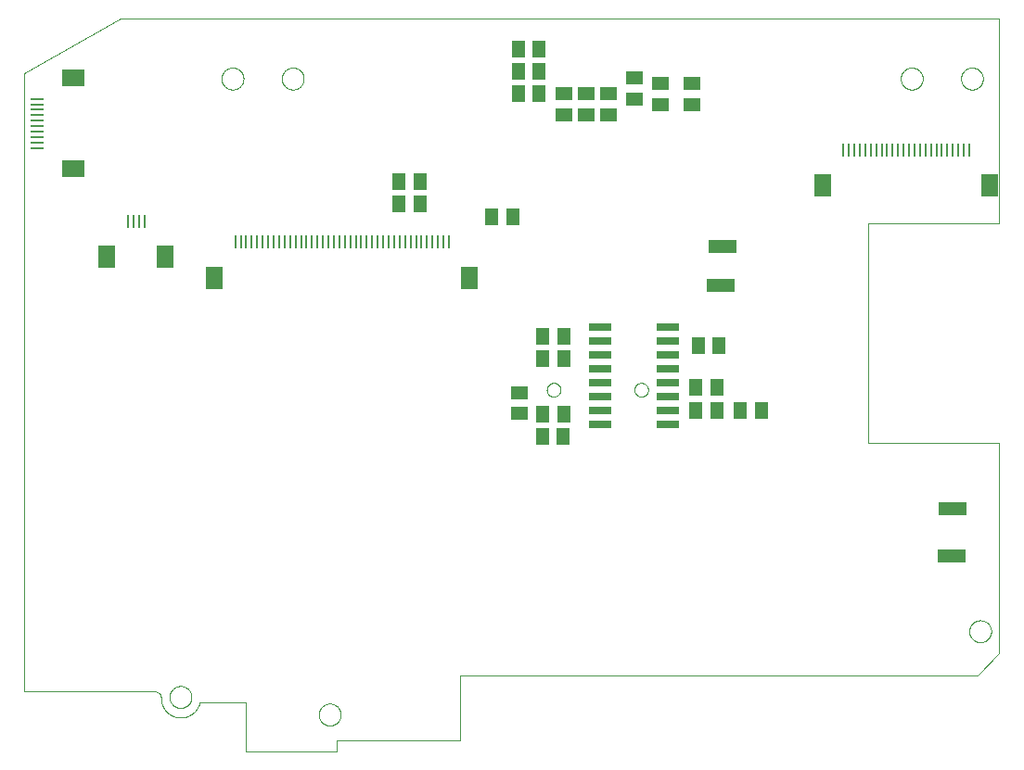
<source format=gtp>
G75*
%MOIN*%
%OFA0B0*%
%FSLAX25Y25*%
%IPPOS*%
%LPD*%
%AMOC8*
5,1,8,0,0,1.08239X$1,22.5*
%
%ADD10C,0.00000*%
%ADD11R,0.00984X0.04921*%
%ADD12R,0.06496X0.08071*%
%ADD13R,0.05118X0.05906*%
%ADD14R,0.08000X0.02600*%
%ADD15R,0.05906X0.05118*%
%ADD16R,0.04921X0.00984*%
%ADD17R,0.08071X0.06496*%
%ADD18R,0.06299X0.05118*%
%ADD19R,0.05118X0.06299*%
%ADD20R,0.10000X0.05000*%
D10*
X0014319Y0022654D02*
X0060973Y0022654D01*
X0060973Y0022653D02*
X0061070Y0022654D01*
X0061168Y0022650D01*
X0061266Y0022643D01*
X0061363Y0022631D01*
X0061459Y0022616D01*
X0061555Y0022597D01*
X0061650Y0022574D01*
X0061744Y0022548D01*
X0061837Y0022517D01*
X0061929Y0022483D01*
X0062019Y0022446D01*
X0062108Y0022404D01*
X0062195Y0022360D01*
X0062280Y0022311D01*
X0062363Y0022260D01*
X0062444Y0022205D01*
X0062523Y0022147D01*
X0062599Y0022086D01*
X0062673Y0022022D01*
X0062744Y0021955D01*
X0062813Y0021885D01*
X0062878Y0021813D01*
X0062941Y0021738D01*
X0063001Y0021660D01*
X0063057Y0021581D01*
X0063111Y0021499D01*
X0063161Y0021415D01*
X0063207Y0021329D01*
X0063250Y0021241D01*
X0063290Y0021152D01*
X0063326Y0021061D01*
X0063358Y0020968D01*
X0063387Y0020875D01*
X0063412Y0020780D01*
X0063433Y0020685D01*
X0066484Y0020685D02*
X0066486Y0020810D01*
X0066492Y0020935D01*
X0066502Y0021059D01*
X0066516Y0021183D01*
X0066533Y0021307D01*
X0066555Y0021430D01*
X0066581Y0021552D01*
X0066610Y0021674D01*
X0066643Y0021794D01*
X0066681Y0021913D01*
X0066721Y0022032D01*
X0066766Y0022148D01*
X0066814Y0022263D01*
X0066866Y0022377D01*
X0066922Y0022489D01*
X0066981Y0022599D01*
X0067043Y0022707D01*
X0067109Y0022814D01*
X0067178Y0022918D01*
X0067251Y0023019D01*
X0067326Y0023119D01*
X0067405Y0023216D01*
X0067487Y0023310D01*
X0067572Y0023402D01*
X0067659Y0023491D01*
X0067750Y0023577D01*
X0067843Y0023660D01*
X0067939Y0023741D01*
X0068037Y0023818D01*
X0068137Y0023892D01*
X0068240Y0023963D01*
X0068345Y0024030D01*
X0068453Y0024095D01*
X0068562Y0024155D01*
X0068673Y0024213D01*
X0068786Y0024266D01*
X0068900Y0024316D01*
X0069016Y0024363D01*
X0069133Y0024405D01*
X0069252Y0024444D01*
X0069372Y0024480D01*
X0069493Y0024511D01*
X0069615Y0024539D01*
X0069737Y0024562D01*
X0069861Y0024582D01*
X0069985Y0024598D01*
X0070109Y0024610D01*
X0070234Y0024618D01*
X0070359Y0024622D01*
X0070483Y0024622D01*
X0070608Y0024618D01*
X0070733Y0024610D01*
X0070857Y0024598D01*
X0070981Y0024582D01*
X0071105Y0024562D01*
X0071227Y0024539D01*
X0071349Y0024511D01*
X0071470Y0024480D01*
X0071590Y0024444D01*
X0071709Y0024405D01*
X0071826Y0024363D01*
X0071942Y0024316D01*
X0072056Y0024266D01*
X0072169Y0024213D01*
X0072280Y0024155D01*
X0072390Y0024095D01*
X0072497Y0024030D01*
X0072602Y0023963D01*
X0072705Y0023892D01*
X0072805Y0023818D01*
X0072903Y0023741D01*
X0072999Y0023660D01*
X0073092Y0023577D01*
X0073183Y0023491D01*
X0073270Y0023402D01*
X0073355Y0023310D01*
X0073437Y0023216D01*
X0073516Y0023119D01*
X0073591Y0023019D01*
X0073664Y0022918D01*
X0073733Y0022814D01*
X0073799Y0022707D01*
X0073861Y0022599D01*
X0073920Y0022489D01*
X0073976Y0022377D01*
X0074028Y0022263D01*
X0074076Y0022148D01*
X0074121Y0022032D01*
X0074161Y0021913D01*
X0074199Y0021794D01*
X0074232Y0021674D01*
X0074261Y0021552D01*
X0074287Y0021430D01*
X0074309Y0021307D01*
X0074326Y0021183D01*
X0074340Y0021059D01*
X0074350Y0020935D01*
X0074356Y0020810D01*
X0074358Y0020685D01*
X0074356Y0020560D01*
X0074350Y0020435D01*
X0074340Y0020311D01*
X0074326Y0020187D01*
X0074309Y0020063D01*
X0074287Y0019940D01*
X0074261Y0019818D01*
X0074232Y0019696D01*
X0074199Y0019576D01*
X0074161Y0019457D01*
X0074121Y0019338D01*
X0074076Y0019222D01*
X0074028Y0019107D01*
X0073976Y0018993D01*
X0073920Y0018881D01*
X0073861Y0018771D01*
X0073799Y0018663D01*
X0073733Y0018556D01*
X0073664Y0018452D01*
X0073591Y0018351D01*
X0073516Y0018251D01*
X0073437Y0018154D01*
X0073355Y0018060D01*
X0073270Y0017968D01*
X0073183Y0017879D01*
X0073092Y0017793D01*
X0072999Y0017710D01*
X0072903Y0017629D01*
X0072805Y0017552D01*
X0072705Y0017478D01*
X0072602Y0017407D01*
X0072497Y0017340D01*
X0072389Y0017275D01*
X0072280Y0017215D01*
X0072169Y0017157D01*
X0072056Y0017104D01*
X0071942Y0017054D01*
X0071826Y0017007D01*
X0071709Y0016965D01*
X0071590Y0016926D01*
X0071470Y0016890D01*
X0071349Y0016859D01*
X0071227Y0016831D01*
X0071105Y0016808D01*
X0070981Y0016788D01*
X0070857Y0016772D01*
X0070733Y0016760D01*
X0070608Y0016752D01*
X0070483Y0016748D01*
X0070359Y0016748D01*
X0070234Y0016752D01*
X0070109Y0016760D01*
X0069985Y0016772D01*
X0069861Y0016788D01*
X0069737Y0016808D01*
X0069615Y0016831D01*
X0069493Y0016859D01*
X0069372Y0016890D01*
X0069252Y0016926D01*
X0069133Y0016965D01*
X0069016Y0017007D01*
X0068900Y0017054D01*
X0068786Y0017104D01*
X0068673Y0017157D01*
X0068562Y0017215D01*
X0068452Y0017275D01*
X0068345Y0017340D01*
X0068240Y0017407D01*
X0068137Y0017478D01*
X0068037Y0017552D01*
X0067939Y0017629D01*
X0067843Y0017710D01*
X0067750Y0017793D01*
X0067659Y0017879D01*
X0067572Y0017968D01*
X0067487Y0018060D01*
X0067405Y0018154D01*
X0067326Y0018251D01*
X0067251Y0018351D01*
X0067178Y0018452D01*
X0067109Y0018556D01*
X0067043Y0018663D01*
X0066981Y0018771D01*
X0066922Y0018881D01*
X0066866Y0018993D01*
X0066814Y0019107D01*
X0066766Y0019222D01*
X0066721Y0019338D01*
X0066681Y0019457D01*
X0066643Y0019576D01*
X0066610Y0019696D01*
X0066581Y0019818D01*
X0066555Y0019940D01*
X0066533Y0020063D01*
X0066516Y0020187D01*
X0066502Y0020311D01*
X0066492Y0020435D01*
X0066486Y0020560D01*
X0066484Y0020685D01*
X0063433Y0020685D02*
X0063426Y0020513D01*
X0063423Y0020340D01*
X0063424Y0020168D01*
X0063430Y0019995D01*
X0063440Y0019823D01*
X0063454Y0019651D01*
X0063472Y0019480D01*
X0063494Y0019309D01*
X0063521Y0019138D01*
X0063552Y0018969D01*
X0063587Y0018800D01*
X0063626Y0018632D01*
X0063669Y0018465D01*
X0063716Y0018299D01*
X0063767Y0018134D01*
X0063823Y0017971D01*
X0063882Y0017809D01*
X0063945Y0017648D01*
X0064012Y0017489D01*
X0064083Y0017332D01*
X0064158Y0017177D01*
X0064237Y0017023D01*
X0064319Y0016872D01*
X0064406Y0016722D01*
X0064495Y0016575D01*
X0064589Y0016430D01*
X0064685Y0016287D01*
X0064786Y0016147D01*
X0064890Y0016009D01*
X0064997Y0015874D01*
X0065107Y0015741D01*
X0065221Y0015611D01*
X0065337Y0015484D01*
X0065457Y0015360D01*
X0065580Y0015239D01*
X0065706Y0015121D01*
X0065834Y0015006D01*
X0065966Y0014894D01*
X0066100Y0014786D01*
X0066237Y0014680D01*
X0066376Y0014579D01*
X0066517Y0014480D01*
X0066662Y0014385D01*
X0066808Y0014294D01*
X0066956Y0014206D01*
X0067107Y0014122D01*
X0067260Y0014042D01*
X0067414Y0013965D01*
X0067571Y0013893D01*
X0067729Y0013824D01*
X0067889Y0013759D01*
X0068050Y0013698D01*
X0068213Y0013641D01*
X0068377Y0013588D01*
X0068542Y0013539D01*
X0068709Y0013494D01*
X0068877Y0013453D01*
X0069045Y0013416D01*
X0069215Y0013384D01*
X0069385Y0013355D01*
X0069555Y0013331D01*
X0069727Y0013311D01*
X0069899Y0013295D01*
X0070071Y0013284D01*
X0070243Y0013276D01*
X0070416Y0013273D01*
X0070588Y0013274D01*
X0070760Y0013280D01*
X0070933Y0013289D01*
X0071105Y0013303D01*
X0071276Y0013321D01*
X0071447Y0013343D01*
X0071618Y0013369D01*
X0071788Y0013400D01*
X0071957Y0013434D01*
X0072125Y0013473D01*
X0072292Y0013516D01*
X0072458Y0013563D01*
X0072622Y0013614D01*
X0072786Y0013669D01*
X0072948Y0013728D01*
X0073109Y0013791D01*
X0073268Y0013858D01*
X0073425Y0013929D01*
X0073580Y0014004D01*
X0073734Y0014082D01*
X0073886Y0014164D01*
X0074035Y0014250D01*
X0074183Y0014340D01*
X0074328Y0014433D01*
X0074471Y0014530D01*
X0074611Y0014630D01*
X0074749Y0014733D01*
X0074885Y0014840D01*
X0075017Y0014950D01*
X0075147Y0015064D01*
X0075274Y0015180D01*
X0075399Y0015300D01*
X0075520Y0015423D01*
X0075638Y0015548D01*
X0075753Y0015677D01*
X0075865Y0015808D01*
X0075974Y0015942D01*
X0076080Y0016078D01*
X0076182Y0016218D01*
X0076280Y0016359D01*
X0076375Y0016503D01*
X0076467Y0016649D01*
X0076555Y0016798D01*
X0076639Y0016948D01*
X0076719Y0017101D01*
X0076796Y0017255D01*
X0076869Y0017412D01*
X0076938Y0017570D01*
X0077003Y0017729D01*
X0077065Y0017891D01*
X0077122Y0018053D01*
X0077175Y0018217D01*
X0077224Y0018383D01*
X0077270Y0018549D01*
X0077311Y0018717D01*
X0094043Y0018717D01*
X0094043Y0001000D01*
X0126524Y0001000D01*
X0126524Y0004937D01*
X0171012Y0004937D01*
X0171012Y0028559D01*
X0356839Y0028559D01*
X0364713Y0036433D01*
X0364713Y0112220D01*
X0317469Y0112220D01*
X0317469Y0190961D01*
X0364713Y0190961D01*
X0364713Y0264780D01*
X0048768Y0264780D01*
X0014319Y0245094D01*
X0014319Y0022654D01*
X0120126Y0014346D02*
X0120128Y0014471D01*
X0120134Y0014596D01*
X0120144Y0014720D01*
X0120158Y0014844D01*
X0120175Y0014968D01*
X0120197Y0015091D01*
X0120223Y0015213D01*
X0120252Y0015335D01*
X0120285Y0015455D01*
X0120323Y0015574D01*
X0120363Y0015693D01*
X0120408Y0015809D01*
X0120456Y0015924D01*
X0120508Y0016038D01*
X0120564Y0016150D01*
X0120623Y0016260D01*
X0120685Y0016368D01*
X0120751Y0016475D01*
X0120820Y0016579D01*
X0120893Y0016680D01*
X0120968Y0016780D01*
X0121047Y0016877D01*
X0121129Y0016971D01*
X0121214Y0017063D01*
X0121301Y0017152D01*
X0121392Y0017238D01*
X0121485Y0017321D01*
X0121581Y0017402D01*
X0121679Y0017479D01*
X0121779Y0017553D01*
X0121882Y0017624D01*
X0121987Y0017691D01*
X0122095Y0017756D01*
X0122204Y0017816D01*
X0122315Y0017874D01*
X0122428Y0017927D01*
X0122542Y0017977D01*
X0122658Y0018024D01*
X0122775Y0018066D01*
X0122894Y0018105D01*
X0123014Y0018141D01*
X0123135Y0018172D01*
X0123257Y0018200D01*
X0123379Y0018223D01*
X0123503Y0018243D01*
X0123627Y0018259D01*
X0123751Y0018271D01*
X0123876Y0018279D01*
X0124001Y0018283D01*
X0124125Y0018283D01*
X0124250Y0018279D01*
X0124375Y0018271D01*
X0124499Y0018259D01*
X0124623Y0018243D01*
X0124747Y0018223D01*
X0124869Y0018200D01*
X0124991Y0018172D01*
X0125112Y0018141D01*
X0125232Y0018105D01*
X0125351Y0018066D01*
X0125468Y0018024D01*
X0125584Y0017977D01*
X0125698Y0017927D01*
X0125811Y0017874D01*
X0125922Y0017816D01*
X0126032Y0017756D01*
X0126139Y0017691D01*
X0126244Y0017624D01*
X0126347Y0017553D01*
X0126447Y0017479D01*
X0126545Y0017402D01*
X0126641Y0017321D01*
X0126734Y0017238D01*
X0126825Y0017152D01*
X0126912Y0017063D01*
X0126997Y0016971D01*
X0127079Y0016877D01*
X0127158Y0016780D01*
X0127233Y0016680D01*
X0127306Y0016579D01*
X0127375Y0016475D01*
X0127441Y0016368D01*
X0127503Y0016260D01*
X0127562Y0016150D01*
X0127618Y0016038D01*
X0127670Y0015924D01*
X0127718Y0015809D01*
X0127763Y0015693D01*
X0127803Y0015574D01*
X0127841Y0015455D01*
X0127874Y0015335D01*
X0127903Y0015213D01*
X0127929Y0015091D01*
X0127951Y0014968D01*
X0127968Y0014844D01*
X0127982Y0014720D01*
X0127992Y0014596D01*
X0127998Y0014471D01*
X0128000Y0014346D01*
X0127998Y0014221D01*
X0127992Y0014096D01*
X0127982Y0013972D01*
X0127968Y0013848D01*
X0127951Y0013724D01*
X0127929Y0013601D01*
X0127903Y0013479D01*
X0127874Y0013357D01*
X0127841Y0013237D01*
X0127803Y0013118D01*
X0127763Y0012999D01*
X0127718Y0012883D01*
X0127670Y0012768D01*
X0127618Y0012654D01*
X0127562Y0012542D01*
X0127503Y0012432D01*
X0127441Y0012324D01*
X0127375Y0012217D01*
X0127306Y0012113D01*
X0127233Y0012012D01*
X0127158Y0011912D01*
X0127079Y0011815D01*
X0126997Y0011721D01*
X0126912Y0011629D01*
X0126825Y0011540D01*
X0126734Y0011454D01*
X0126641Y0011371D01*
X0126545Y0011290D01*
X0126447Y0011213D01*
X0126347Y0011139D01*
X0126244Y0011068D01*
X0126139Y0011001D01*
X0126031Y0010936D01*
X0125922Y0010876D01*
X0125811Y0010818D01*
X0125698Y0010765D01*
X0125584Y0010715D01*
X0125468Y0010668D01*
X0125351Y0010626D01*
X0125232Y0010587D01*
X0125112Y0010551D01*
X0124991Y0010520D01*
X0124869Y0010492D01*
X0124747Y0010469D01*
X0124623Y0010449D01*
X0124499Y0010433D01*
X0124375Y0010421D01*
X0124250Y0010413D01*
X0124125Y0010409D01*
X0124001Y0010409D01*
X0123876Y0010413D01*
X0123751Y0010421D01*
X0123627Y0010433D01*
X0123503Y0010449D01*
X0123379Y0010469D01*
X0123257Y0010492D01*
X0123135Y0010520D01*
X0123014Y0010551D01*
X0122894Y0010587D01*
X0122775Y0010626D01*
X0122658Y0010668D01*
X0122542Y0010715D01*
X0122428Y0010765D01*
X0122315Y0010818D01*
X0122204Y0010876D01*
X0122094Y0010936D01*
X0121987Y0011001D01*
X0121882Y0011068D01*
X0121779Y0011139D01*
X0121679Y0011213D01*
X0121581Y0011290D01*
X0121485Y0011371D01*
X0121392Y0011454D01*
X0121301Y0011540D01*
X0121214Y0011629D01*
X0121129Y0011721D01*
X0121047Y0011815D01*
X0120968Y0011912D01*
X0120893Y0012012D01*
X0120820Y0012113D01*
X0120751Y0012217D01*
X0120685Y0012324D01*
X0120623Y0012432D01*
X0120564Y0012542D01*
X0120508Y0012654D01*
X0120456Y0012768D01*
X0120408Y0012883D01*
X0120363Y0012999D01*
X0120323Y0013118D01*
X0120285Y0013237D01*
X0120252Y0013357D01*
X0120223Y0013479D01*
X0120197Y0013601D01*
X0120175Y0013724D01*
X0120158Y0013848D01*
X0120144Y0013972D01*
X0120134Y0014096D01*
X0120128Y0014221D01*
X0120126Y0014346D01*
X0202055Y0131189D02*
X0202057Y0131288D01*
X0202063Y0131387D01*
X0202073Y0131486D01*
X0202087Y0131584D01*
X0202105Y0131681D01*
X0202127Y0131778D01*
X0202152Y0131874D01*
X0202182Y0131968D01*
X0202215Y0132062D01*
X0202252Y0132154D01*
X0202293Y0132244D01*
X0202337Y0132333D01*
X0202385Y0132419D01*
X0202436Y0132504D01*
X0202491Y0132587D01*
X0202549Y0132667D01*
X0202610Y0132745D01*
X0202674Y0132821D01*
X0202741Y0132894D01*
X0202811Y0132964D01*
X0202884Y0133031D01*
X0202960Y0133095D01*
X0203038Y0133156D01*
X0203118Y0133214D01*
X0203201Y0133269D01*
X0203285Y0133320D01*
X0203372Y0133368D01*
X0203461Y0133412D01*
X0203551Y0133453D01*
X0203643Y0133490D01*
X0203737Y0133523D01*
X0203831Y0133553D01*
X0203927Y0133578D01*
X0204024Y0133600D01*
X0204121Y0133618D01*
X0204219Y0133632D01*
X0204318Y0133642D01*
X0204417Y0133648D01*
X0204516Y0133650D01*
X0204615Y0133648D01*
X0204714Y0133642D01*
X0204813Y0133632D01*
X0204911Y0133618D01*
X0205008Y0133600D01*
X0205105Y0133578D01*
X0205201Y0133553D01*
X0205295Y0133523D01*
X0205389Y0133490D01*
X0205481Y0133453D01*
X0205571Y0133412D01*
X0205660Y0133368D01*
X0205746Y0133320D01*
X0205831Y0133269D01*
X0205914Y0133214D01*
X0205994Y0133156D01*
X0206072Y0133095D01*
X0206148Y0133031D01*
X0206221Y0132964D01*
X0206291Y0132894D01*
X0206358Y0132821D01*
X0206422Y0132745D01*
X0206483Y0132667D01*
X0206541Y0132587D01*
X0206596Y0132504D01*
X0206647Y0132420D01*
X0206695Y0132333D01*
X0206739Y0132244D01*
X0206780Y0132154D01*
X0206817Y0132062D01*
X0206850Y0131968D01*
X0206880Y0131874D01*
X0206905Y0131778D01*
X0206927Y0131681D01*
X0206945Y0131584D01*
X0206959Y0131486D01*
X0206969Y0131387D01*
X0206975Y0131288D01*
X0206977Y0131189D01*
X0206975Y0131090D01*
X0206969Y0130991D01*
X0206959Y0130892D01*
X0206945Y0130794D01*
X0206927Y0130697D01*
X0206905Y0130600D01*
X0206880Y0130504D01*
X0206850Y0130410D01*
X0206817Y0130316D01*
X0206780Y0130224D01*
X0206739Y0130134D01*
X0206695Y0130045D01*
X0206647Y0129959D01*
X0206596Y0129874D01*
X0206541Y0129791D01*
X0206483Y0129711D01*
X0206422Y0129633D01*
X0206358Y0129557D01*
X0206291Y0129484D01*
X0206221Y0129414D01*
X0206148Y0129347D01*
X0206072Y0129283D01*
X0205994Y0129222D01*
X0205914Y0129164D01*
X0205831Y0129109D01*
X0205747Y0129058D01*
X0205660Y0129010D01*
X0205571Y0128966D01*
X0205481Y0128925D01*
X0205389Y0128888D01*
X0205295Y0128855D01*
X0205201Y0128825D01*
X0205105Y0128800D01*
X0205008Y0128778D01*
X0204911Y0128760D01*
X0204813Y0128746D01*
X0204714Y0128736D01*
X0204615Y0128730D01*
X0204516Y0128728D01*
X0204417Y0128730D01*
X0204318Y0128736D01*
X0204219Y0128746D01*
X0204121Y0128760D01*
X0204024Y0128778D01*
X0203927Y0128800D01*
X0203831Y0128825D01*
X0203737Y0128855D01*
X0203643Y0128888D01*
X0203551Y0128925D01*
X0203461Y0128966D01*
X0203372Y0129010D01*
X0203286Y0129058D01*
X0203201Y0129109D01*
X0203118Y0129164D01*
X0203038Y0129222D01*
X0202960Y0129283D01*
X0202884Y0129347D01*
X0202811Y0129414D01*
X0202741Y0129484D01*
X0202674Y0129557D01*
X0202610Y0129633D01*
X0202549Y0129711D01*
X0202491Y0129791D01*
X0202436Y0129874D01*
X0202385Y0129958D01*
X0202337Y0130045D01*
X0202293Y0130134D01*
X0202252Y0130224D01*
X0202215Y0130316D01*
X0202182Y0130410D01*
X0202152Y0130504D01*
X0202127Y0130600D01*
X0202105Y0130697D01*
X0202087Y0130794D01*
X0202073Y0130892D01*
X0202063Y0130991D01*
X0202057Y0131090D01*
X0202055Y0131189D01*
X0233551Y0131189D02*
X0233553Y0131288D01*
X0233559Y0131387D01*
X0233569Y0131486D01*
X0233583Y0131584D01*
X0233601Y0131681D01*
X0233623Y0131778D01*
X0233648Y0131874D01*
X0233678Y0131968D01*
X0233711Y0132062D01*
X0233748Y0132154D01*
X0233789Y0132244D01*
X0233833Y0132333D01*
X0233881Y0132419D01*
X0233932Y0132504D01*
X0233987Y0132587D01*
X0234045Y0132667D01*
X0234106Y0132745D01*
X0234170Y0132821D01*
X0234237Y0132894D01*
X0234307Y0132964D01*
X0234380Y0133031D01*
X0234456Y0133095D01*
X0234534Y0133156D01*
X0234614Y0133214D01*
X0234697Y0133269D01*
X0234781Y0133320D01*
X0234868Y0133368D01*
X0234957Y0133412D01*
X0235047Y0133453D01*
X0235139Y0133490D01*
X0235233Y0133523D01*
X0235327Y0133553D01*
X0235423Y0133578D01*
X0235520Y0133600D01*
X0235617Y0133618D01*
X0235715Y0133632D01*
X0235814Y0133642D01*
X0235913Y0133648D01*
X0236012Y0133650D01*
X0236111Y0133648D01*
X0236210Y0133642D01*
X0236309Y0133632D01*
X0236407Y0133618D01*
X0236504Y0133600D01*
X0236601Y0133578D01*
X0236697Y0133553D01*
X0236791Y0133523D01*
X0236885Y0133490D01*
X0236977Y0133453D01*
X0237067Y0133412D01*
X0237156Y0133368D01*
X0237242Y0133320D01*
X0237327Y0133269D01*
X0237410Y0133214D01*
X0237490Y0133156D01*
X0237568Y0133095D01*
X0237644Y0133031D01*
X0237717Y0132964D01*
X0237787Y0132894D01*
X0237854Y0132821D01*
X0237918Y0132745D01*
X0237979Y0132667D01*
X0238037Y0132587D01*
X0238092Y0132504D01*
X0238143Y0132420D01*
X0238191Y0132333D01*
X0238235Y0132244D01*
X0238276Y0132154D01*
X0238313Y0132062D01*
X0238346Y0131968D01*
X0238376Y0131874D01*
X0238401Y0131778D01*
X0238423Y0131681D01*
X0238441Y0131584D01*
X0238455Y0131486D01*
X0238465Y0131387D01*
X0238471Y0131288D01*
X0238473Y0131189D01*
X0238471Y0131090D01*
X0238465Y0130991D01*
X0238455Y0130892D01*
X0238441Y0130794D01*
X0238423Y0130697D01*
X0238401Y0130600D01*
X0238376Y0130504D01*
X0238346Y0130410D01*
X0238313Y0130316D01*
X0238276Y0130224D01*
X0238235Y0130134D01*
X0238191Y0130045D01*
X0238143Y0129959D01*
X0238092Y0129874D01*
X0238037Y0129791D01*
X0237979Y0129711D01*
X0237918Y0129633D01*
X0237854Y0129557D01*
X0237787Y0129484D01*
X0237717Y0129414D01*
X0237644Y0129347D01*
X0237568Y0129283D01*
X0237490Y0129222D01*
X0237410Y0129164D01*
X0237327Y0129109D01*
X0237243Y0129058D01*
X0237156Y0129010D01*
X0237067Y0128966D01*
X0236977Y0128925D01*
X0236885Y0128888D01*
X0236791Y0128855D01*
X0236697Y0128825D01*
X0236601Y0128800D01*
X0236504Y0128778D01*
X0236407Y0128760D01*
X0236309Y0128746D01*
X0236210Y0128736D01*
X0236111Y0128730D01*
X0236012Y0128728D01*
X0235913Y0128730D01*
X0235814Y0128736D01*
X0235715Y0128746D01*
X0235617Y0128760D01*
X0235520Y0128778D01*
X0235423Y0128800D01*
X0235327Y0128825D01*
X0235233Y0128855D01*
X0235139Y0128888D01*
X0235047Y0128925D01*
X0234957Y0128966D01*
X0234868Y0129010D01*
X0234782Y0129058D01*
X0234697Y0129109D01*
X0234614Y0129164D01*
X0234534Y0129222D01*
X0234456Y0129283D01*
X0234380Y0129347D01*
X0234307Y0129414D01*
X0234237Y0129484D01*
X0234170Y0129557D01*
X0234106Y0129633D01*
X0234045Y0129711D01*
X0233987Y0129791D01*
X0233932Y0129874D01*
X0233881Y0129958D01*
X0233833Y0130045D01*
X0233789Y0130134D01*
X0233748Y0130224D01*
X0233711Y0130316D01*
X0233678Y0130410D01*
X0233648Y0130504D01*
X0233623Y0130600D01*
X0233601Y0130697D01*
X0233583Y0130794D01*
X0233569Y0130892D01*
X0233559Y0130991D01*
X0233553Y0131090D01*
X0233551Y0131189D01*
X0353886Y0044307D02*
X0353888Y0044432D01*
X0353894Y0044557D01*
X0353904Y0044681D01*
X0353918Y0044805D01*
X0353935Y0044929D01*
X0353957Y0045052D01*
X0353983Y0045174D01*
X0354012Y0045296D01*
X0354045Y0045416D01*
X0354083Y0045535D01*
X0354123Y0045654D01*
X0354168Y0045770D01*
X0354216Y0045885D01*
X0354268Y0045999D01*
X0354324Y0046111D01*
X0354383Y0046221D01*
X0354445Y0046329D01*
X0354511Y0046436D01*
X0354580Y0046540D01*
X0354653Y0046641D01*
X0354728Y0046741D01*
X0354807Y0046838D01*
X0354889Y0046932D01*
X0354974Y0047024D01*
X0355061Y0047113D01*
X0355152Y0047199D01*
X0355245Y0047282D01*
X0355341Y0047363D01*
X0355439Y0047440D01*
X0355539Y0047514D01*
X0355642Y0047585D01*
X0355747Y0047652D01*
X0355855Y0047717D01*
X0355964Y0047777D01*
X0356075Y0047835D01*
X0356188Y0047888D01*
X0356302Y0047938D01*
X0356418Y0047985D01*
X0356535Y0048027D01*
X0356654Y0048066D01*
X0356774Y0048102D01*
X0356895Y0048133D01*
X0357017Y0048161D01*
X0357139Y0048184D01*
X0357263Y0048204D01*
X0357387Y0048220D01*
X0357511Y0048232D01*
X0357636Y0048240D01*
X0357761Y0048244D01*
X0357885Y0048244D01*
X0358010Y0048240D01*
X0358135Y0048232D01*
X0358259Y0048220D01*
X0358383Y0048204D01*
X0358507Y0048184D01*
X0358629Y0048161D01*
X0358751Y0048133D01*
X0358872Y0048102D01*
X0358992Y0048066D01*
X0359111Y0048027D01*
X0359228Y0047985D01*
X0359344Y0047938D01*
X0359458Y0047888D01*
X0359571Y0047835D01*
X0359682Y0047777D01*
X0359792Y0047717D01*
X0359899Y0047652D01*
X0360004Y0047585D01*
X0360107Y0047514D01*
X0360207Y0047440D01*
X0360305Y0047363D01*
X0360401Y0047282D01*
X0360494Y0047199D01*
X0360585Y0047113D01*
X0360672Y0047024D01*
X0360757Y0046932D01*
X0360839Y0046838D01*
X0360918Y0046741D01*
X0360993Y0046641D01*
X0361066Y0046540D01*
X0361135Y0046436D01*
X0361201Y0046329D01*
X0361263Y0046221D01*
X0361322Y0046111D01*
X0361378Y0045999D01*
X0361430Y0045885D01*
X0361478Y0045770D01*
X0361523Y0045654D01*
X0361563Y0045535D01*
X0361601Y0045416D01*
X0361634Y0045296D01*
X0361663Y0045174D01*
X0361689Y0045052D01*
X0361711Y0044929D01*
X0361728Y0044805D01*
X0361742Y0044681D01*
X0361752Y0044557D01*
X0361758Y0044432D01*
X0361760Y0044307D01*
X0361758Y0044182D01*
X0361752Y0044057D01*
X0361742Y0043933D01*
X0361728Y0043809D01*
X0361711Y0043685D01*
X0361689Y0043562D01*
X0361663Y0043440D01*
X0361634Y0043318D01*
X0361601Y0043198D01*
X0361563Y0043079D01*
X0361523Y0042960D01*
X0361478Y0042844D01*
X0361430Y0042729D01*
X0361378Y0042615D01*
X0361322Y0042503D01*
X0361263Y0042393D01*
X0361201Y0042285D01*
X0361135Y0042178D01*
X0361066Y0042074D01*
X0360993Y0041973D01*
X0360918Y0041873D01*
X0360839Y0041776D01*
X0360757Y0041682D01*
X0360672Y0041590D01*
X0360585Y0041501D01*
X0360494Y0041415D01*
X0360401Y0041332D01*
X0360305Y0041251D01*
X0360207Y0041174D01*
X0360107Y0041100D01*
X0360004Y0041029D01*
X0359899Y0040962D01*
X0359791Y0040897D01*
X0359682Y0040837D01*
X0359571Y0040779D01*
X0359458Y0040726D01*
X0359344Y0040676D01*
X0359228Y0040629D01*
X0359111Y0040587D01*
X0358992Y0040548D01*
X0358872Y0040512D01*
X0358751Y0040481D01*
X0358629Y0040453D01*
X0358507Y0040430D01*
X0358383Y0040410D01*
X0358259Y0040394D01*
X0358135Y0040382D01*
X0358010Y0040374D01*
X0357885Y0040370D01*
X0357761Y0040370D01*
X0357636Y0040374D01*
X0357511Y0040382D01*
X0357387Y0040394D01*
X0357263Y0040410D01*
X0357139Y0040430D01*
X0357017Y0040453D01*
X0356895Y0040481D01*
X0356774Y0040512D01*
X0356654Y0040548D01*
X0356535Y0040587D01*
X0356418Y0040629D01*
X0356302Y0040676D01*
X0356188Y0040726D01*
X0356075Y0040779D01*
X0355964Y0040837D01*
X0355854Y0040897D01*
X0355747Y0040962D01*
X0355642Y0041029D01*
X0355539Y0041100D01*
X0355439Y0041174D01*
X0355341Y0041251D01*
X0355245Y0041332D01*
X0355152Y0041415D01*
X0355061Y0041501D01*
X0354974Y0041590D01*
X0354889Y0041682D01*
X0354807Y0041776D01*
X0354728Y0041873D01*
X0354653Y0041973D01*
X0354580Y0042074D01*
X0354511Y0042178D01*
X0354445Y0042285D01*
X0354383Y0042393D01*
X0354324Y0042503D01*
X0354268Y0042615D01*
X0354216Y0042729D01*
X0354168Y0042844D01*
X0354123Y0042960D01*
X0354083Y0043079D01*
X0354045Y0043198D01*
X0354012Y0043318D01*
X0353983Y0043440D01*
X0353957Y0043562D01*
X0353935Y0043685D01*
X0353918Y0043809D01*
X0353904Y0043933D01*
X0353894Y0044057D01*
X0353888Y0044182D01*
X0353886Y0044307D01*
X0350933Y0243126D02*
X0350935Y0243251D01*
X0350941Y0243376D01*
X0350951Y0243500D01*
X0350965Y0243624D01*
X0350982Y0243748D01*
X0351004Y0243871D01*
X0351030Y0243993D01*
X0351059Y0244115D01*
X0351092Y0244235D01*
X0351130Y0244354D01*
X0351170Y0244473D01*
X0351215Y0244589D01*
X0351263Y0244704D01*
X0351315Y0244818D01*
X0351371Y0244930D01*
X0351430Y0245040D01*
X0351492Y0245148D01*
X0351558Y0245255D01*
X0351627Y0245359D01*
X0351700Y0245460D01*
X0351775Y0245560D01*
X0351854Y0245657D01*
X0351936Y0245751D01*
X0352021Y0245843D01*
X0352108Y0245932D01*
X0352199Y0246018D01*
X0352292Y0246101D01*
X0352388Y0246182D01*
X0352486Y0246259D01*
X0352586Y0246333D01*
X0352689Y0246404D01*
X0352794Y0246471D01*
X0352902Y0246536D01*
X0353011Y0246596D01*
X0353122Y0246654D01*
X0353235Y0246707D01*
X0353349Y0246757D01*
X0353465Y0246804D01*
X0353582Y0246846D01*
X0353701Y0246885D01*
X0353821Y0246921D01*
X0353942Y0246952D01*
X0354064Y0246980D01*
X0354186Y0247003D01*
X0354310Y0247023D01*
X0354434Y0247039D01*
X0354558Y0247051D01*
X0354683Y0247059D01*
X0354808Y0247063D01*
X0354932Y0247063D01*
X0355057Y0247059D01*
X0355182Y0247051D01*
X0355306Y0247039D01*
X0355430Y0247023D01*
X0355554Y0247003D01*
X0355676Y0246980D01*
X0355798Y0246952D01*
X0355919Y0246921D01*
X0356039Y0246885D01*
X0356158Y0246846D01*
X0356275Y0246804D01*
X0356391Y0246757D01*
X0356505Y0246707D01*
X0356618Y0246654D01*
X0356729Y0246596D01*
X0356839Y0246536D01*
X0356946Y0246471D01*
X0357051Y0246404D01*
X0357154Y0246333D01*
X0357254Y0246259D01*
X0357352Y0246182D01*
X0357448Y0246101D01*
X0357541Y0246018D01*
X0357632Y0245932D01*
X0357719Y0245843D01*
X0357804Y0245751D01*
X0357886Y0245657D01*
X0357965Y0245560D01*
X0358040Y0245460D01*
X0358113Y0245359D01*
X0358182Y0245255D01*
X0358248Y0245148D01*
X0358310Y0245040D01*
X0358369Y0244930D01*
X0358425Y0244818D01*
X0358477Y0244704D01*
X0358525Y0244589D01*
X0358570Y0244473D01*
X0358610Y0244354D01*
X0358648Y0244235D01*
X0358681Y0244115D01*
X0358710Y0243993D01*
X0358736Y0243871D01*
X0358758Y0243748D01*
X0358775Y0243624D01*
X0358789Y0243500D01*
X0358799Y0243376D01*
X0358805Y0243251D01*
X0358807Y0243126D01*
X0358805Y0243001D01*
X0358799Y0242876D01*
X0358789Y0242752D01*
X0358775Y0242628D01*
X0358758Y0242504D01*
X0358736Y0242381D01*
X0358710Y0242259D01*
X0358681Y0242137D01*
X0358648Y0242017D01*
X0358610Y0241898D01*
X0358570Y0241779D01*
X0358525Y0241663D01*
X0358477Y0241548D01*
X0358425Y0241434D01*
X0358369Y0241322D01*
X0358310Y0241212D01*
X0358248Y0241104D01*
X0358182Y0240997D01*
X0358113Y0240893D01*
X0358040Y0240792D01*
X0357965Y0240692D01*
X0357886Y0240595D01*
X0357804Y0240501D01*
X0357719Y0240409D01*
X0357632Y0240320D01*
X0357541Y0240234D01*
X0357448Y0240151D01*
X0357352Y0240070D01*
X0357254Y0239993D01*
X0357154Y0239919D01*
X0357051Y0239848D01*
X0356946Y0239781D01*
X0356838Y0239716D01*
X0356729Y0239656D01*
X0356618Y0239598D01*
X0356505Y0239545D01*
X0356391Y0239495D01*
X0356275Y0239448D01*
X0356158Y0239406D01*
X0356039Y0239367D01*
X0355919Y0239331D01*
X0355798Y0239300D01*
X0355676Y0239272D01*
X0355554Y0239249D01*
X0355430Y0239229D01*
X0355306Y0239213D01*
X0355182Y0239201D01*
X0355057Y0239193D01*
X0354932Y0239189D01*
X0354808Y0239189D01*
X0354683Y0239193D01*
X0354558Y0239201D01*
X0354434Y0239213D01*
X0354310Y0239229D01*
X0354186Y0239249D01*
X0354064Y0239272D01*
X0353942Y0239300D01*
X0353821Y0239331D01*
X0353701Y0239367D01*
X0353582Y0239406D01*
X0353465Y0239448D01*
X0353349Y0239495D01*
X0353235Y0239545D01*
X0353122Y0239598D01*
X0353011Y0239656D01*
X0352901Y0239716D01*
X0352794Y0239781D01*
X0352689Y0239848D01*
X0352586Y0239919D01*
X0352486Y0239993D01*
X0352388Y0240070D01*
X0352292Y0240151D01*
X0352199Y0240234D01*
X0352108Y0240320D01*
X0352021Y0240409D01*
X0351936Y0240501D01*
X0351854Y0240595D01*
X0351775Y0240692D01*
X0351700Y0240792D01*
X0351627Y0240893D01*
X0351558Y0240997D01*
X0351492Y0241104D01*
X0351430Y0241212D01*
X0351371Y0241322D01*
X0351315Y0241434D01*
X0351263Y0241548D01*
X0351215Y0241663D01*
X0351170Y0241779D01*
X0351130Y0241898D01*
X0351092Y0242017D01*
X0351059Y0242137D01*
X0351030Y0242259D01*
X0351004Y0242381D01*
X0350982Y0242504D01*
X0350965Y0242628D01*
X0350951Y0242752D01*
X0350941Y0242876D01*
X0350935Y0243001D01*
X0350933Y0243126D01*
X0329280Y0243126D02*
X0329282Y0243251D01*
X0329288Y0243376D01*
X0329298Y0243500D01*
X0329312Y0243624D01*
X0329329Y0243748D01*
X0329351Y0243871D01*
X0329377Y0243993D01*
X0329406Y0244115D01*
X0329439Y0244235D01*
X0329477Y0244354D01*
X0329517Y0244473D01*
X0329562Y0244589D01*
X0329610Y0244704D01*
X0329662Y0244818D01*
X0329718Y0244930D01*
X0329777Y0245040D01*
X0329839Y0245148D01*
X0329905Y0245255D01*
X0329974Y0245359D01*
X0330047Y0245460D01*
X0330122Y0245560D01*
X0330201Y0245657D01*
X0330283Y0245751D01*
X0330368Y0245843D01*
X0330455Y0245932D01*
X0330546Y0246018D01*
X0330639Y0246101D01*
X0330735Y0246182D01*
X0330833Y0246259D01*
X0330933Y0246333D01*
X0331036Y0246404D01*
X0331141Y0246471D01*
X0331249Y0246536D01*
X0331358Y0246596D01*
X0331469Y0246654D01*
X0331582Y0246707D01*
X0331696Y0246757D01*
X0331812Y0246804D01*
X0331929Y0246846D01*
X0332048Y0246885D01*
X0332168Y0246921D01*
X0332289Y0246952D01*
X0332411Y0246980D01*
X0332533Y0247003D01*
X0332657Y0247023D01*
X0332781Y0247039D01*
X0332905Y0247051D01*
X0333030Y0247059D01*
X0333155Y0247063D01*
X0333279Y0247063D01*
X0333404Y0247059D01*
X0333529Y0247051D01*
X0333653Y0247039D01*
X0333777Y0247023D01*
X0333901Y0247003D01*
X0334023Y0246980D01*
X0334145Y0246952D01*
X0334266Y0246921D01*
X0334386Y0246885D01*
X0334505Y0246846D01*
X0334622Y0246804D01*
X0334738Y0246757D01*
X0334852Y0246707D01*
X0334965Y0246654D01*
X0335076Y0246596D01*
X0335186Y0246536D01*
X0335293Y0246471D01*
X0335398Y0246404D01*
X0335501Y0246333D01*
X0335601Y0246259D01*
X0335699Y0246182D01*
X0335795Y0246101D01*
X0335888Y0246018D01*
X0335979Y0245932D01*
X0336066Y0245843D01*
X0336151Y0245751D01*
X0336233Y0245657D01*
X0336312Y0245560D01*
X0336387Y0245460D01*
X0336460Y0245359D01*
X0336529Y0245255D01*
X0336595Y0245148D01*
X0336657Y0245040D01*
X0336716Y0244930D01*
X0336772Y0244818D01*
X0336824Y0244704D01*
X0336872Y0244589D01*
X0336917Y0244473D01*
X0336957Y0244354D01*
X0336995Y0244235D01*
X0337028Y0244115D01*
X0337057Y0243993D01*
X0337083Y0243871D01*
X0337105Y0243748D01*
X0337122Y0243624D01*
X0337136Y0243500D01*
X0337146Y0243376D01*
X0337152Y0243251D01*
X0337154Y0243126D01*
X0337152Y0243001D01*
X0337146Y0242876D01*
X0337136Y0242752D01*
X0337122Y0242628D01*
X0337105Y0242504D01*
X0337083Y0242381D01*
X0337057Y0242259D01*
X0337028Y0242137D01*
X0336995Y0242017D01*
X0336957Y0241898D01*
X0336917Y0241779D01*
X0336872Y0241663D01*
X0336824Y0241548D01*
X0336772Y0241434D01*
X0336716Y0241322D01*
X0336657Y0241212D01*
X0336595Y0241104D01*
X0336529Y0240997D01*
X0336460Y0240893D01*
X0336387Y0240792D01*
X0336312Y0240692D01*
X0336233Y0240595D01*
X0336151Y0240501D01*
X0336066Y0240409D01*
X0335979Y0240320D01*
X0335888Y0240234D01*
X0335795Y0240151D01*
X0335699Y0240070D01*
X0335601Y0239993D01*
X0335501Y0239919D01*
X0335398Y0239848D01*
X0335293Y0239781D01*
X0335185Y0239716D01*
X0335076Y0239656D01*
X0334965Y0239598D01*
X0334852Y0239545D01*
X0334738Y0239495D01*
X0334622Y0239448D01*
X0334505Y0239406D01*
X0334386Y0239367D01*
X0334266Y0239331D01*
X0334145Y0239300D01*
X0334023Y0239272D01*
X0333901Y0239249D01*
X0333777Y0239229D01*
X0333653Y0239213D01*
X0333529Y0239201D01*
X0333404Y0239193D01*
X0333279Y0239189D01*
X0333155Y0239189D01*
X0333030Y0239193D01*
X0332905Y0239201D01*
X0332781Y0239213D01*
X0332657Y0239229D01*
X0332533Y0239249D01*
X0332411Y0239272D01*
X0332289Y0239300D01*
X0332168Y0239331D01*
X0332048Y0239367D01*
X0331929Y0239406D01*
X0331812Y0239448D01*
X0331696Y0239495D01*
X0331582Y0239545D01*
X0331469Y0239598D01*
X0331358Y0239656D01*
X0331248Y0239716D01*
X0331141Y0239781D01*
X0331036Y0239848D01*
X0330933Y0239919D01*
X0330833Y0239993D01*
X0330735Y0240070D01*
X0330639Y0240151D01*
X0330546Y0240234D01*
X0330455Y0240320D01*
X0330368Y0240409D01*
X0330283Y0240501D01*
X0330201Y0240595D01*
X0330122Y0240692D01*
X0330047Y0240792D01*
X0329974Y0240893D01*
X0329905Y0240997D01*
X0329839Y0241104D01*
X0329777Y0241212D01*
X0329718Y0241322D01*
X0329662Y0241434D01*
X0329610Y0241548D01*
X0329562Y0241663D01*
X0329517Y0241779D01*
X0329477Y0241898D01*
X0329439Y0242017D01*
X0329406Y0242137D01*
X0329377Y0242259D01*
X0329351Y0242381D01*
X0329329Y0242504D01*
X0329312Y0242628D01*
X0329298Y0242752D01*
X0329288Y0242876D01*
X0329282Y0243001D01*
X0329280Y0243126D01*
X0106839Y0243126D02*
X0106841Y0243251D01*
X0106847Y0243376D01*
X0106857Y0243500D01*
X0106871Y0243624D01*
X0106888Y0243748D01*
X0106910Y0243871D01*
X0106936Y0243993D01*
X0106965Y0244115D01*
X0106998Y0244235D01*
X0107036Y0244354D01*
X0107076Y0244473D01*
X0107121Y0244589D01*
X0107169Y0244704D01*
X0107221Y0244818D01*
X0107277Y0244930D01*
X0107336Y0245040D01*
X0107398Y0245148D01*
X0107464Y0245255D01*
X0107533Y0245359D01*
X0107606Y0245460D01*
X0107681Y0245560D01*
X0107760Y0245657D01*
X0107842Y0245751D01*
X0107927Y0245843D01*
X0108014Y0245932D01*
X0108105Y0246018D01*
X0108198Y0246101D01*
X0108294Y0246182D01*
X0108392Y0246259D01*
X0108492Y0246333D01*
X0108595Y0246404D01*
X0108700Y0246471D01*
X0108808Y0246536D01*
X0108917Y0246596D01*
X0109028Y0246654D01*
X0109141Y0246707D01*
X0109255Y0246757D01*
X0109371Y0246804D01*
X0109488Y0246846D01*
X0109607Y0246885D01*
X0109727Y0246921D01*
X0109848Y0246952D01*
X0109970Y0246980D01*
X0110092Y0247003D01*
X0110216Y0247023D01*
X0110340Y0247039D01*
X0110464Y0247051D01*
X0110589Y0247059D01*
X0110714Y0247063D01*
X0110838Y0247063D01*
X0110963Y0247059D01*
X0111088Y0247051D01*
X0111212Y0247039D01*
X0111336Y0247023D01*
X0111460Y0247003D01*
X0111582Y0246980D01*
X0111704Y0246952D01*
X0111825Y0246921D01*
X0111945Y0246885D01*
X0112064Y0246846D01*
X0112181Y0246804D01*
X0112297Y0246757D01*
X0112411Y0246707D01*
X0112524Y0246654D01*
X0112635Y0246596D01*
X0112745Y0246536D01*
X0112852Y0246471D01*
X0112957Y0246404D01*
X0113060Y0246333D01*
X0113160Y0246259D01*
X0113258Y0246182D01*
X0113354Y0246101D01*
X0113447Y0246018D01*
X0113538Y0245932D01*
X0113625Y0245843D01*
X0113710Y0245751D01*
X0113792Y0245657D01*
X0113871Y0245560D01*
X0113946Y0245460D01*
X0114019Y0245359D01*
X0114088Y0245255D01*
X0114154Y0245148D01*
X0114216Y0245040D01*
X0114275Y0244930D01*
X0114331Y0244818D01*
X0114383Y0244704D01*
X0114431Y0244589D01*
X0114476Y0244473D01*
X0114516Y0244354D01*
X0114554Y0244235D01*
X0114587Y0244115D01*
X0114616Y0243993D01*
X0114642Y0243871D01*
X0114664Y0243748D01*
X0114681Y0243624D01*
X0114695Y0243500D01*
X0114705Y0243376D01*
X0114711Y0243251D01*
X0114713Y0243126D01*
X0114711Y0243001D01*
X0114705Y0242876D01*
X0114695Y0242752D01*
X0114681Y0242628D01*
X0114664Y0242504D01*
X0114642Y0242381D01*
X0114616Y0242259D01*
X0114587Y0242137D01*
X0114554Y0242017D01*
X0114516Y0241898D01*
X0114476Y0241779D01*
X0114431Y0241663D01*
X0114383Y0241548D01*
X0114331Y0241434D01*
X0114275Y0241322D01*
X0114216Y0241212D01*
X0114154Y0241104D01*
X0114088Y0240997D01*
X0114019Y0240893D01*
X0113946Y0240792D01*
X0113871Y0240692D01*
X0113792Y0240595D01*
X0113710Y0240501D01*
X0113625Y0240409D01*
X0113538Y0240320D01*
X0113447Y0240234D01*
X0113354Y0240151D01*
X0113258Y0240070D01*
X0113160Y0239993D01*
X0113060Y0239919D01*
X0112957Y0239848D01*
X0112852Y0239781D01*
X0112744Y0239716D01*
X0112635Y0239656D01*
X0112524Y0239598D01*
X0112411Y0239545D01*
X0112297Y0239495D01*
X0112181Y0239448D01*
X0112064Y0239406D01*
X0111945Y0239367D01*
X0111825Y0239331D01*
X0111704Y0239300D01*
X0111582Y0239272D01*
X0111460Y0239249D01*
X0111336Y0239229D01*
X0111212Y0239213D01*
X0111088Y0239201D01*
X0110963Y0239193D01*
X0110838Y0239189D01*
X0110714Y0239189D01*
X0110589Y0239193D01*
X0110464Y0239201D01*
X0110340Y0239213D01*
X0110216Y0239229D01*
X0110092Y0239249D01*
X0109970Y0239272D01*
X0109848Y0239300D01*
X0109727Y0239331D01*
X0109607Y0239367D01*
X0109488Y0239406D01*
X0109371Y0239448D01*
X0109255Y0239495D01*
X0109141Y0239545D01*
X0109028Y0239598D01*
X0108917Y0239656D01*
X0108807Y0239716D01*
X0108700Y0239781D01*
X0108595Y0239848D01*
X0108492Y0239919D01*
X0108392Y0239993D01*
X0108294Y0240070D01*
X0108198Y0240151D01*
X0108105Y0240234D01*
X0108014Y0240320D01*
X0107927Y0240409D01*
X0107842Y0240501D01*
X0107760Y0240595D01*
X0107681Y0240692D01*
X0107606Y0240792D01*
X0107533Y0240893D01*
X0107464Y0240997D01*
X0107398Y0241104D01*
X0107336Y0241212D01*
X0107277Y0241322D01*
X0107221Y0241434D01*
X0107169Y0241548D01*
X0107121Y0241663D01*
X0107076Y0241779D01*
X0107036Y0241898D01*
X0106998Y0242017D01*
X0106965Y0242137D01*
X0106936Y0242259D01*
X0106910Y0242381D01*
X0106888Y0242504D01*
X0106871Y0242628D01*
X0106857Y0242752D01*
X0106847Y0242876D01*
X0106841Y0243001D01*
X0106839Y0243126D01*
X0085185Y0243126D02*
X0085187Y0243251D01*
X0085193Y0243376D01*
X0085203Y0243500D01*
X0085217Y0243624D01*
X0085234Y0243748D01*
X0085256Y0243871D01*
X0085282Y0243993D01*
X0085311Y0244115D01*
X0085344Y0244235D01*
X0085382Y0244354D01*
X0085422Y0244473D01*
X0085467Y0244589D01*
X0085515Y0244704D01*
X0085567Y0244818D01*
X0085623Y0244930D01*
X0085682Y0245040D01*
X0085744Y0245148D01*
X0085810Y0245255D01*
X0085879Y0245359D01*
X0085952Y0245460D01*
X0086027Y0245560D01*
X0086106Y0245657D01*
X0086188Y0245751D01*
X0086273Y0245843D01*
X0086360Y0245932D01*
X0086451Y0246018D01*
X0086544Y0246101D01*
X0086640Y0246182D01*
X0086738Y0246259D01*
X0086838Y0246333D01*
X0086941Y0246404D01*
X0087046Y0246471D01*
X0087154Y0246536D01*
X0087263Y0246596D01*
X0087374Y0246654D01*
X0087487Y0246707D01*
X0087601Y0246757D01*
X0087717Y0246804D01*
X0087834Y0246846D01*
X0087953Y0246885D01*
X0088073Y0246921D01*
X0088194Y0246952D01*
X0088316Y0246980D01*
X0088438Y0247003D01*
X0088562Y0247023D01*
X0088686Y0247039D01*
X0088810Y0247051D01*
X0088935Y0247059D01*
X0089060Y0247063D01*
X0089184Y0247063D01*
X0089309Y0247059D01*
X0089434Y0247051D01*
X0089558Y0247039D01*
X0089682Y0247023D01*
X0089806Y0247003D01*
X0089928Y0246980D01*
X0090050Y0246952D01*
X0090171Y0246921D01*
X0090291Y0246885D01*
X0090410Y0246846D01*
X0090527Y0246804D01*
X0090643Y0246757D01*
X0090757Y0246707D01*
X0090870Y0246654D01*
X0090981Y0246596D01*
X0091091Y0246536D01*
X0091198Y0246471D01*
X0091303Y0246404D01*
X0091406Y0246333D01*
X0091506Y0246259D01*
X0091604Y0246182D01*
X0091700Y0246101D01*
X0091793Y0246018D01*
X0091884Y0245932D01*
X0091971Y0245843D01*
X0092056Y0245751D01*
X0092138Y0245657D01*
X0092217Y0245560D01*
X0092292Y0245460D01*
X0092365Y0245359D01*
X0092434Y0245255D01*
X0092500Y0245148D01*
X0092562Y0245040D01*
X0092621Y0244930D01*
X0092677Y0244818D01*
X0092729Y0244704D01*
X0092777Y0244589D01*
X0092822Y0244473D01*
X0092862Y0244354D01*
X0092900Y0244235D01*
X0092933Y0244115D01*
X0092962Y0243993D01*
X0092988Y0243871D01*
X0093010Y0243748D01*
X0093027Y0243624D01*
X0093041Y0243500D01*
X0093051Y0243376D01*
X0093057Y0243251D01*
X0093059Y0243126D01*
X0093057Y0243001D01*
X0093051Y0242876D01*
X0093041Y0242752D01*
X0093027Y0242628D01*
X0093010Y0242504D01*
X0092988Y0242381D01*
X0092962Y0242259D01*
X0092933Y0242137D01*
X0092900Y0242017D01*
X0092862Y0241898D01*
X0092822Y0241779D01*
X0092777Y0241663D01*
X0092729Y0241548D01*
X0092677Y0241434D01*
X0092621Y0241322D01*
X0092562Y0241212D01*
X0092500Y0241104D01*
X0092434Y0240997D01*
X0092365Y0240893D01*
X0092292Y0240792D01*
X0092217Y0240692D01*
X0092138Y0240595D01*
X0092056Y0240501D01*
X0091971Y0240409D01*
X0091884Y0240320D01*
X0091793Y0240234D01*
X0091700Y0240151D01*
X0091604Y0240070D01*
X0091506Y0239993D01*
X0091406Y0239919D01*
X0091303Y0239848D01*
X0091198Y0239781D01*
X0091090Y0239716D01*
X0090981Y0239656D01*
X0090870Y0239598D01*
X0090757Y0239545D01*
X0090643Y0239495D01*
X0090527Y0239448D01*
X0090410Y0239406D01*
X0090291Y0239367D01*
X0090171Y0239331D01*
X0090050Y0239300D01*
X0089928Y0239272D01*
X0089806Y0239249D01*
X0089682Y0239229D01*
X0089558Y0239213D01*
X0089434Y0239201D01*
X0089309Y0239193D01*
X0089184Y0239189D01*
X0089060Y0239189D01*
X0088935Y0239193D01*
X0088810Y0239201D01*
X0088686Y0239213D01*
X0088562Y0239229D01*
X0088438Y0239249D01*
X0088316Y0239272D01*
X0088194Y0239300D01*
X0088073Y0239331D01*
X0087953Y0239367D01*
X0087834Y0239406D01*
X0087717Y0239448D01*
X0087601Y0239495D01*
X0087487Y0239545D01*
X0087374Y0239598D01*
X0087263Y0239656D01*
X0087153Y0239716D01*
X0087046Y0239781D01*
X0086941Y0239848D01*
X0086838Y0239919D01*
X0086738Y0239993D01*
X0086640Y0240070D01*
X0086544Y0240151D01*
X0086451Y0240234D01*
X0086360Y0240320D01*
X0086273Y0240409D01*
X0086188Y0240501D01*
X0086106Y0240595D01*
X0086027Y0240692D01*
X0085952Y0240792D01*
X0085879Y0240893D01*
X0085810Y0240997D01*
X0085744Y0241104D01*
X0085682Y0241212D01*
X0085623Y0241322D01*
X0085567Y0241434D01*
X0085515Y0241548D01*
X0085467Y0241663D01*
X0085422Y0241779D01*
X0085382Y0241898D01*
X0085344Y0242017D01*
X0085311Y0242137D01*
X0085282Y0242259D01*
X0085256Y0242381D01*
X0085234Y0242504D01*
X0085217Y0242628D01*
X0085203Y0242752D01*
X0085193Y0242876D01*
X0085187Y0243001D01*
X0085185Y0243126D01*
D11*
X0057429Y0191748D03*
X0055461Y0191748D03*
X0053492Y0191748D03*
X0051524Y0191748D03*
X0090106Y0184268D03*
X0092075Y0184268D03*
X0094043Y0184268D03*
X0096012Y0184268D03*
X0097980Y0184268D03*
X0099949Y0184268D03*
X0101917Y0184268D03*
X0103886Y0184268D03*
X0105854Y0184268D03*
X0107823Y0184268D03*
X0109791Y0184268D03*
X0111760Y0184268D03*
X0113728Y0184268D03*
X0115697Y0184268D03*
X0117665Y0184268D03*
X0119634Y0184268D03*
X0121602Y0184268D03*
X0123571Y0184268D03*
X0125539Y0184268D03*
X0127508Y0184268D03*
X0129476Y0184268D03*
X0131445Y0184268D03*
X0133413Y0184268D03*
X0135382Y0184268D03*
X0137350Y0184268D03*
X0139319Y0184268D03*
X0141288Y0184268D03*
X0143256Y0184268D03*
X0145225Y0184268D03*
X0147193Y0184268D03*
X0149162Y0184268D03*
X0151130Y0184268D03*
X0153099Y0184268D03*
X0155067Y0184268D03*
X0157036Y0184268D03*
X0159004Y0184268D03*
X0160973Y0184268D03*
X0162941Y0184268D03*
X0164910Y0184268D03*
X0166878Y0184268D03*
X0308610Y0217535D03*
X0310579Y0217535D03*
X0312547Y0217535D03*
X0314516Y0217535D03*
X0316484Y0217535D03*
X0318453Y0217535D03*
X0320421Y0217535D03*
X0322390Y0217535D03*
X0324358Y0217535D03*
X0326327Y0217535D03*
X0328295Y0217535D03*
X0330264Y0217535D03*
X0332232Y0217535D03*
X0334201Y0217535D03*
X0336169Y0217535D03*
X0338138Y0217535D03*
X0340106Y0217535D03*
X0342075Y0217535D03*
X0344043Y0217535D03*
X0346012Y0217535D03*
X0347980Y0217535D03*
X0349949Y0217535D03*
X0351917Y0217535D03*
X0353886Y0217535D03*
D12*
X0361366Y0204740D03*
X0301130Y0204740D03*
X0174358Y0171472D03*
X0082626Y0171472D03*
X0064910Y0178953D03*
X0044043Y0178953D03*
D13*
X0149015Y0198050D03*
X0156495Y0198050D03*
X0156495Y0206165D03*
X0149015Y0206165D03*
X0182370Y0193435D03*
X0189850Y0193435D03*
X0200665Y0150346D03*
X0208146Y0150346D03*
X0208146Y0142382D03*
X0200665Y0142382D03*
X0200579Y0122295D03*
X0208059Y0122295D03*
X0208012Y0114299D03*
X0200532Y0114299D03*
X0255618Y0123772D03*
X0263099Y0123772D03*
X0263138Y0131906D03*
X0255658Y0131906D03*
X0271642Y0123673D03*
X0279122Y0123673D03*
X0264000Y0147114D03*
X0256520Y0147114D03*
D14*
X0245458Y0148642D03*
X0245458Y0143642D03*
X0245458Y0138642D03*
X0245458Y0133642D03*
X0245458Y0128642D03*
X0245458Y0123642D03*
X0245458Y0118642D03*
X0221258Y0118642D03*
X0221258Y0123642D03*
X0221258Y0128642D03*
X0221258Y0133642D03*
X0221258Y0138642D03*
X0221258Y0143642D03*
X0221258Y0148642D03*
X0221258Y0153642D03*
X0245458Y0153642D03*
D15*
X0192209Y0130173D03*
X0192209Y0122693D03*
D16*
X0019043Y0218126D03*
X0019043Y0220094D03*
X0019043Y0222063D03*
X0019043Y0224031D03*
X0019043Y0226000D03*
X0019043Y0227969D03*
X0019043Y0229937D03*
X0019043Y0231906D03*
X0019043Y0233874D03*
X0019043Y0235843D03*
D17*
X0031839Y0243323D03*
X0031839Y0210646D03*
D18*
X0208217Y0230134D03*
X0216287Y0230134D03*
X0224358Y0230134D03*
X0233610Y0235843D03*
X0224358Y0237614D03*
X0216287Y0237614D03*
X0208217Y0237614D03*
X0233610Y0243323D03*
X0242862Y0241354D03*
X0242862Y0233874D03*
X0254083Y0233874D03*
X0254083Y0241354D03*
D19*
X0199358Y0237614D03*
X0191878Y0237614D03*
X0191878Y0245685D03*
X0199358Y0245685D03*
X0199358Y0253756D03*
X0191878Y0253756D03*
D20*
X0265106Y0182890D03*
X0264713Y0168717D03*
X0347784Y0088402D03*
X0347390Y0071472D03*
M02*

</source>
